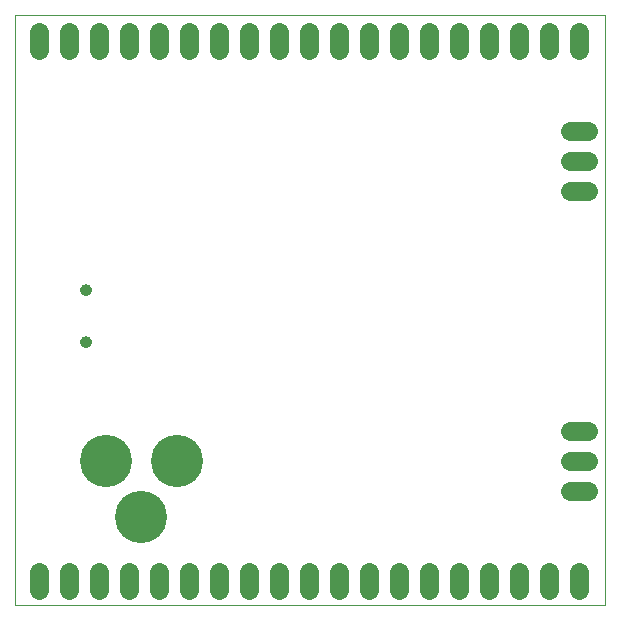
<source format=gbs>
G75*
G70*
%OFA0B0*%
%FSLAX24Y24*%
%IPPOS*%
%LPD*%
%AMOC8*
5,1,8,0,0,1.08239X$1,22.5*
%
%ADD10C,0.0000*%
%ADD11C,0.0640*%
%ADD12C,0.0394*%
%ADD13C,0.1740*%
D10*
X000500Y000107D02*
X000500Y019792D01*
X020185Y019792D01*
X020185Y000107D01*
X000500Y000107D01*
X002681Y008886D02*
X002683Y008912D01*
X002689Y008938D01*
X002699Y008963D01*
X002712Y008986D01*
X002728Y009006D01*
X002748Y009024D01*
X002770Y009039D01*
X002793Y009051D01*
X002819Y009059D01*
X002845Y009063D01*
X002871Y009063D01*
X002897Y009059D01*
X002923Y009051D01*
X002947Y009039D01*
X002968Y009024D01*
X002988Y009006D01*
X003004Y008986D01*
X003017Y008963D01*
X003027Y008938D01*
X003033Y008912D01*
X003035Y008886D01*
X003033Y008860D01*
X003027Y008834D01*
X003017Y008809D01*
X003004Y008786D01*
X002988Y008766D01*
X002968Y008748D01*
X002946Y008733D01*
X002923Y008721D01*
X002897Y008713D01*
X002871Y008709D01*
X002845Y008709D01*
X002819Y008713D01*
X002793Y008721D01*
X002769Y008733D01*
X002748Y008748D01*
X002728Y008766D01*
X002712Y008786D01*
X002699Y008809D01*
X002689Y008834D01*
X002683Y008860D01*
X002681Y008886D01*
X002681Y010619D02*
X002683Y010645D01*
X002689Y010671D01*
X002699Y010696D01*
X002712Y010719D01*
X002728Y010739D01*
X002748Y010757D01*
X002770Y010772D01*
X002793Y010784D01*
X002819Y010792D01*
X002845Y010796D01*
X002871Y010796D01*
X002897Y010792D01*
X002923Y010784D01*
X002947Y010772D01*
X002968Y010757D01*
X002988Y010739D01*
X003004Y010719D01*
X003017Y010696D01*
X003027Y010671D01*
X003033Y010645D01*
X003035Y010619D01*
X003033Y010593D01*
X003027Y010567D01*
X003017Y010542D01*
X003004Y010519D01*
X002988Y010499D01*
X002968Y010481D01*
X002946Y010466D01*
X002923Y010454D01*
X002897Y010446D01*
X002871Y010442D01*
X002845Y010442D01*
X002819Y010446D01*
X002793Y010454D01*
X002769Y010466D01*
X002748Y010481D01*
X002728Y010499D01*
X002712Y010519D01*
X002699Y010542D01*
X002689Y010567D01*
X002683Y010593D01*
X002681Y010619D01*
D11*
X002303Y018610D02*
X002303Y019210D01*
X001303Y019210D02*
X001303Y018610D01*
X003303Y018610D02*
X003303Y019210D01*
X004303Y019210D02*
X004303Y018610D01*
X005303Y018610D02*
X005303Y019210D01*
X006303Y019210D02*
X006303Y018610D01*
X007303Y018610D02*
X007303Y019210D01*
X008303Y019210D02*
X008303Y018610D01*
X009303Y018610D02*
X009303Y019210D01*
X010303Y019210D02*
X010303Y018610D01*
X011303Y018610D02*
X011303Y019210D01*
X012303Y019210D02*
X012303Y018610D01*
X013303Y018610D02*
X013303Y019210D01*
X014303Y019210D02*
X014303Y018610D01*
X015303Y018610D02*
X015303Y019210D01*
X016303Y019210D02*
X016303Y018610D01*
X017303Y018610D02*
X017303Y019210D01*
X018303Y019210D02*
X018303Y018610D01*
X019303Y018610D02*
X019303Y019210D01*
X019603Y015910D02*
X019003Y015910D01*
X019003Y014910D02*
X019603Y014910D01*
X019603Y013910D02*
X019003Y013910D01*
X019003Y005910D02*
X019603Y005910D01*
X019603Y004910D02*
X019003Y004910D01*
X019003Y003910D02*
X019603Y003910D01*
X019303Y001210D02*
X019303Y000610D01*
X018303Y000610D02*
X018303Y001210D01*
X017303Y001210D02*
X017303Y000610D01*
X016303Y000610D02*
X016303Y001210D01*
X015303Y001210D02*
X015303Y000610D01*
X014303Y000610D02*
X014303Y001210D01*
X013303Y001210D02*
X013303Y000610D01*
X012303Y000610D02*
X012303Y001210D01*
X011303Y001210D02*
X011303Y000610D01*
X010303Y000610D02*
X010303Y001210D01*
X009303Y001210D02*
X009303Y000610D01*
X008303Y000610D02*
X008303Y001210D01*
X007303Y001210D02*
X007303Y000610D01*
X006303Y000610D02*
X006303Y001210D01*
X005303Y001210D02*
X005303Y000610D01*
X004303Y000610D02*
X004303Y001210D01*
X003303Y001210D02*
X003303Y000610D01*
X002303Y000610D02*
X002303Y001210D01*
X001303Y001210D02*
X001303Y000610D01*
D12*
X002858Y008886D03*
X002858Y010619D03*
D13*
X003531Y004910D03*
X004713Y003060D03*
X005894Y004910D03*
M02*

</source>
